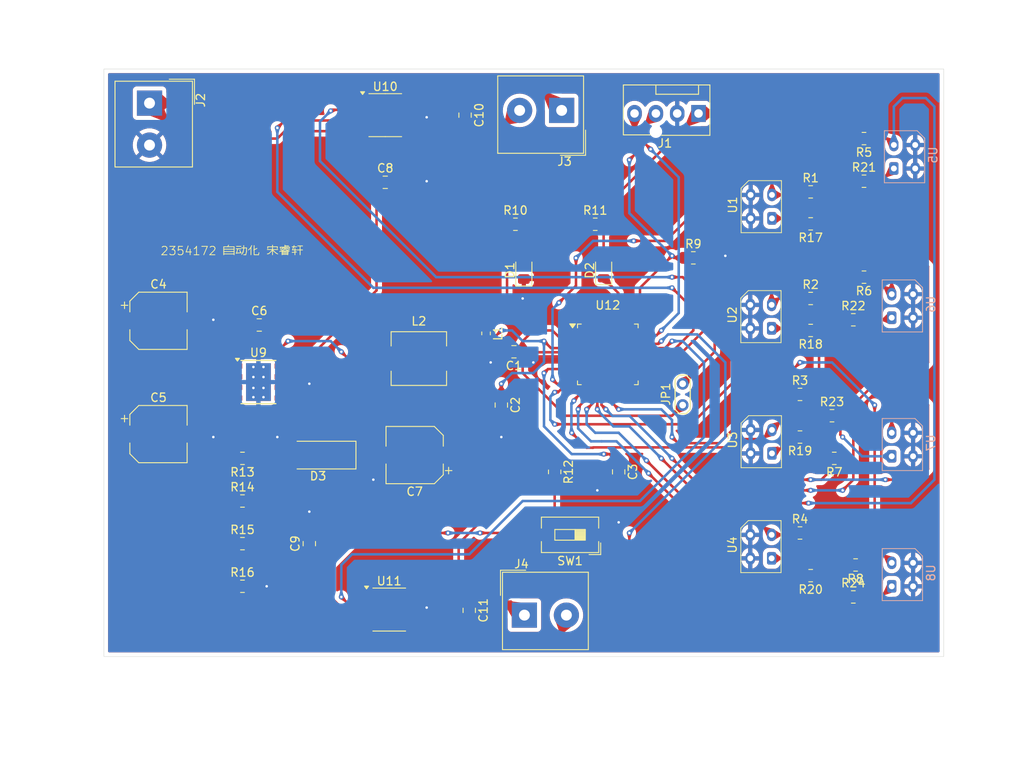
<source format=kicad_pcb>
(kicad_pcb (version 20240108) (generator "pcbnew") (generator_version "8.0")
  (layers (0 "F.Cu" signal) (31 "B.Cu" signal) (34 "B.Paste" user) (35 "F.Paste" user) (36 "B.SilkS" user "B.Silkscreen") (37 "F.SilkS" user "F.Silkscreen") (38 "B.Mask" user) (39 "F.Mask" user) (44 "Edge.Cuts" user))
  (net 0 "")
  (net 1 "GND")
  (net 2 "+3.3V")
  (net 3 "/REF")
  (net 4 "/RST")
  (net 5 "+6V")
  (net 6 "Net-(U9-BOOT)")
  (net 7 "Net-(D3-K)")
  (net 8 "Net-(J3-Pin_2)")
  (net 9 "Net-(J3-Pin_1)")
  (net 10 "Net-(J4-Pin_1)")
  (net 11 "Net-(J4-Pin_2)")
  (net 12 "Net-(D1-A)")
  (net 13 "Net-(D2-A)")
  (net 14 "/LED2")
  (net 15 "/DIO")
  (net 16 "/CLK")
  (net 17 "Net-(U1-A)")
  (net 18 "/ITR1")
  (net 19 "/ITR2")
  (net 20 "/ITR3")
  (net 21 "/ITR4")
  (net 22 "/ITR5")
  (net 23 "/ITR6")
  (net 24 "/ITR7")
  (net 25 "/ITR8")
  (net 26 "Net-(U9-VSENSE)")
  (net 27 "Net-(R14-Pad2)")
  (net 28 "Net-(R15-Pad2)")
  (net 32 "/PWM1A")
  (net 33 "/PWM2A")
  (net 35 "/PWM1B")
  (net 36 "/PWM2B")
  (net 66 "Net-(U2-A)")
  (net 67 "Net-(U3-A)")
  (net 68 "Net-(U4-A)")
  (net 69 "Net-(U5-A)")
  (net 70 "Net-(U6-A)")
  (net 71 "Net-(U7-A)")
  (net 72 "Net-(U8-A)")
  (footprint "Package_SO:TI_SO-PowerPAD-8_ThermalVias" (layer "F.Cu") (at 54.9 63.3)
    (property "Reference" "U9")
    (property "Value" "TPS5430DDA")
  )
  (footprint "itr20001:Everlight_ITR20001" (layer "F.Cu") (at 114.77 70.4)
    (property "Reference" "U3")
    (property "Value" "ITR20001/T24")
  )
  (footprint "Resistor_SMD:R_0805_2012Metric_Pad1.20x1.40mm_HandSolder" (layer "F.Cu") (at 119.38 69.85 180)
    (property "Reference" "R19")
    (property "Value" "330")
  )
  (footprint "Resistor_SMD:R_0805_2012Metric_Pad1.20x1.40mm_HandSolder" (layer "F.Cu") (at 119.38 64.77)
    (property "Reference" "R3")
    (property "Value" "10K")
  )
  (footprint "Capacitor_SMD:C_0805_2012Metric_Pad1.18x1.45mm_HandSolder" (layer "F.Cu") (at 70 39.5)
    (property "Reference" "C8")
    (property "Value" "10uF")
  )
  (footprint "Resistor_SMD:R_0805_2012Metric_Pad1.20x1.40mm_HandSolder" (layer "F.Cu") (at 123.46 72.39 180)
    (property "Reference" "R7")
    (property "Value" "10K")
  )
  (footprint "Resistor_SMD:R_0805_2012Metric_Pad1.20x1.40mm_HandSolder" (layer "F.Cu") (at 127 50.8 180)
    (property "Reference" "R6")
    (property "Value" "10K")
  )
  (footprint "Inductor_SMD:L_6.3x6.3_H3" (layer "F.Cu") (at 74 60.5)
    (property "Reference" "L2")
    (property "Value" "IHLP2020CER220M11")
  )
  (footprint "Resistor_SMD:R_0805_2012Metric_Pad1.20x1.40mm_HandSolder" (layer "F.Cu") (at 125.73 88.9)
    (property "Reference" "R24")
    (property "Value" "R")
  )
  (footprint "Capacitor_SMD:C_0805_2012Metric_Pad1.18x1.45mm_HandSolder" (layer "F.Cu") (at 97.79 74 -90)
    (property "Reference" "C3")
    (property "Value" "100nF")
  )
  (footprint "LED_SMD:LED_0805_2012Metric_Pad1.15x1.40mm_HandSolder" (layer "F.Cu") (at 86.5 50 90)
    (property "Reference" "D1")
    (property "Value" "LED")
  )
  (footprint "TerminalBlock_Altech:Altech_AK100_1x02_P5.00mm" (layer "F.Cu") (at 41.9325 30.0675 -90)
    (property "Reference" "J2")
    (property "Value" "Screw_Terminal_01x02")
  )
  (footprint "Resistor_SMD:R_0805_2012Metric_Pad1.20x1.40mm_HandSolder" (layer "F.Cu") (at 123.19 67.31)
    (property "Reference" "R23")
    (property "Value" "R")
  )
  (footprint "itr20001:Everlight_ITR20001" (layer "F.Cu") (at 114.77 42.4)
    (property "Reference" "U1")
    (property "Value" "ITR20001/T24")
  )
  (footprint "Package_SO:SOIC-8_3.9x4.9mm_P1.27mm" (layer "F.Cu") (at 70 31.5)
    (property "Reference" "U10")
    (property "Value" "LP2988-5.0_SOIC8_VSSOP8")
  )
  (footprint "Capacitor_SMD:C_0805_2012Metric_Pad1.18x1.45mm_HandSolder" (layer "F.Cu") (at 60.96 82.55 90)
    (property "Reference" "C9")
    (property "Value" "10uF")
  )
  (footprint "Package_QFP:LQFP-48_7x7mm_P0.5mm" (layer "F.Cu") (at 96.5 60)
    (property "Reference" "U12")
    (property "Value" "STM32G030C8Tx")
  )
  (footprint "Resistor_SMD:R_0805_2012Metric_Pad1.20x1.40mm_HandSolder" (layer "F.Cu") (at 120.65 57.15 180)
    (property "Reference" "R18")
    (property "Value" "330")
  )
  (footprint "Resistor_SMD:R_0805_2012Metric_Pad1.20x1.40mm_HandSolder" (layer "F.Cu") (at 127 39.37)
    (property "Reference" "R21")
    (property "Value" "R")
  )
  (footprint "Resistor_SMD:R_0805_2012Metric_Pad1.20x1.40mm_HandSolder" (layer "F.Cu") (at 120.65 44.45 180)
    (property "Reference" "R17")
    (property "Value" "330")
  )
  (footprint "itr20001:Everlight_ITR20001" (layer "F.Cu") (at 114.73 55.5)
    (property "Reference" "U2")
    (property "Value" "ITR20001/T24")
  )
  (footprint "Resistor_SMD:R_0805_2012Metric_Pad1.20x1.40mm_HandSolder" (layer "F.Cu") (at 85.5 44.5)
    (property "Reference" "R10")
    (property "Value" "3K")
  )
  (footprint "Resistor_SMD:R_0805_2012Metric_Pad1.20x1.40mm_HandSolder" (layer "F.Cu") (at 53 87.63)
    (property "Reference" "R16")
    (property "Value" "470")
  )
  (footprint "Connector:FanPinHeader_1x04_P2.54mm_Vertical" (layer "F.Cu") (at 107.3 31.3 180)
    (property "Reference" "J1")
    (property "Value" "Conn_01x04_Pin")
  )
  (footprint "Capacitor_SMD:C_0805_2012Metric_Pad1.18x1.45mm_HandSolder" (layer "F.Cu") (at 80 90.5 -90)
    (property "Reference" "C11")
    (property "Value" "100nF")
  )
  (footprint "Diode_SMD:D_SMA_Handsoldering" (layer "F.Cu") (at 62 72 180)
    (property "Reference" "D3")
    (property "Value" "SS34")
  )
  (footprint "LED_SMD:LED_0805_2012Metric" (layer "F.Cu") (at 96 50 90)
    (property "Reference" "D2")
    (property "Value" "LED")
  )
  (footprint "Resistor_SMD:R_0805_2012Metric_Pad1.20x1.40mm_HandSolder" (layer "F.Cu") (at 125.73 55.88)
    (property "Reference" "R22")
    (property "Value" "R")
  )
  (footprint "Capacitor_SMD:CP_Elec_6.3x5.4" (layer "F.Cu") (at 43 56)
    (property "Reference" "C4")
    (property "Value" "100uF")
  )
  (footprint "Resistor_SMD:R_0805_2012Metric_Pad1.20x1.40mm_HandSolder" (layer "F.Cu") (at 120.65 53.34)
    (property "Reference" "R2")
    (property "Value" "10K")
  )
  (footprint "Package_SO:SOIC-8_3.9x4.9mm_P1.27mm" (layer "F.Cu") (at 70.475 90.405)
    (property "Reference" "U11")
    (property "Value" "LP2988-5.0_SOIC8_VSSOP8")
  )
  (footprint "Resistor_SMD:R_0805_2012Metric_Pad1.20x1.40mm_HandSolder" (layer "F.Cu") (at 95 44.5)
    (property "Reference" "R11")
    (property "Value" "1K")
  )
  (footprint "Inductor_SMD:L_0603_1608Metric_Pad1.05x0.95mm_HandSolder" (layer "F.Cu") (at 82 57.5 -90)
    (property "Reference" "L1")
    (property "Value" "L")
  )
  (footprint "TerminalBlock_Altech:Altech_AK100_1x02_P5.00mm" (layer "F.Cu") (at 86.5675 91.0675)
    (property "Reference" "J4")
    (property "Value" "Screw_Terminal_01x02")
  )
  (footprint "Resistor_SMD:R_0805_2012Metric_Pad1.20x1.40mm_HandSolder" (layer "F.Cu") (at 53 77.47)
    (property "Reference" "R14")
    (property "Value" "5.1k")
  )
  (footprint "Resistor_SMD:R_0805_2012Metric_Pad1.20x1.40mm_HandSolder" (layer "F.Cu") (at 120.65 40.64)
    (property "Reference" "R1")
    (property "Value" "10K")
  )
  (footprint "Resistor_SMD:R_0805_2012Metric_Pad1.20x1.40mm_HandSolder" (layer "F.Cu") (at 53 72.39 180)
    (property "Reference" "R13")
    (property "Value" "10k")
  )
  (footprint "Resistor_SMD:R_0805_2012Metric_Pad1.20x1.40mm_HandSolder" (layer "F.Cu") (at 53 82.55)
    (property "Reference" "R15")
    (property "Value" "330")
  )
  (footprint "Capacitor_SMD:C_0805_2012Metric_Pad1.18x1.45mm_HandSolder" (layer "F.Cu") (at 55 56.5)
    (property "Reference" "C6")
    (property "Value" "10nF")
  )
  (footprint "Capacitor_SMD:C_0805_2012Metric_Pad1.18x1.45mm_HandSolder" (layer "F.Cu") (at 85.3225 59.69 180)
    (property "Reference" "C1")
    (property "Value" "0.1uF")
  )
  (footprint "Resistor_SMD:R_0805_2012Metric_Pad1.20x1.40mm_HandSolder" (layer "F.Cu") (at 120.65 86.36 180)
    (property "Reference" "R20")
    (property "Value" "330")
  )
  (footprint "TestPoint:TestPoint_2Pads_Pitch2.54mm_Drill0.8mm" (layer "F.Cu") (at 105.41 66.04 90)
    (property "Reference" "JP1")
    (property "Value" "Jumper_2_Open")
  )
  (footprint "itr20001:Everlight_ITR20001" (layer "F.Cu") (at 114.73 82.9)
    (property "Reference" "U4")
    (property "Value" "ITR20001/T24")
  )
  (footprint "Resistor_SMD:R_0805_2012Metric_Pad1.20x1.40mm_HandSolder" (layer "F.Cu") (at 126 85.09 180)
    (property "Reference" "R8")
    (property "Value" "10K")
  )
  (footprint "Resistor_SMD:R_0805_2012Metric_Pad1.20x1.40mm_HandSolder" (layer "F.Cu") (at 106.68 48.5)
    (property "Reference" "R9")
    (property "Value" "10K")
  )
  (footprint "Button_Switch_SMD:SW_DIP_SPSTx01_Slide_6.7x4.1mm_W6.73mm_P2.54mm_LowProfile_JPin" (layer "F.Cu") (at 92 81.5 180)
    (property "Reference" "SW1")
    (property "Value" "SW_Push")
  )
  (footprint "Capacitor_SMD:CP_Elec_6.3x5.4" (layer "F.Cu") (at 73.5 72 180)
    (property "Reference" "C7")
    (property "Value" "100uF")
  )
  (footprint "Resistor_SMD:R_0805_2012Metric_Pad1.20x1.40mm_HandSolder" (layer "F.Cu") (at 127 34.29 180)
    (property "Reference" "R5")
    (property "Value" "10K")
  )
  (footprint "Capacitor_SMD:C_0805_2012Metric_Pad1.18x1.45mm_HandSolder" (layer "F.Cu") (at 83.82 66.04 -90)
    (property "Reference" "C2")
    (property "Value" "100nF")
  )
  (footprint "Resistor_SMD:R_0805_2012Metric_Pad1.20x1.40mm_HandSolder" (layer "F.Cu") (at 119.38 81.28)
    (property "Reference" "R4")
    (property "Value" "10K")
  )
  (footprint "Resistor_SMD:R_0805_2012Metric_Pad1.20x1.40mm_HandSolder" (layer "F.Cu") (at 90.17 74 -90)
    (property "Reference" "R12")
    (property "Value" "10K")
  )
  (footprint "Capacitor_SMD:C_0805_2012Metric_Pad1.18x1.45mm_HandSolder" (layer "F.Cu") (at 79.5 31.5 -90)
    (property "Reference" "C10")
    (property "Value" "100nF")
  )
  (footprint "Capacitor_SMD:CP_Elec_6.3x5.4" (layer "F.Cu") (at 43 69.5)
    (property "Reference" "C5")
    (property "Value" "4.7uF")
  )
  (footprint "TerminalBlock_Altech:Altech_AK100_1x02_P5.00mm" (layer "F.Cu") (at 91 30.9325 180)
    (property "Reference" "J3")
    (property "Value" "Screw_Terminal_01x02")
  )
  (footprint "itr20001:Everlight_ITR20001" (layer "B.Cu") (at 131.572 54.232 180)
    (property "Reference" "U6")
    (property "Value" "ITR20001/T24")
  )
  (footprint "itr20001:Everlight_ITR20001" (layer "B.Cu") (at 131.572 86.236 180)
    (property "Reference" "U8")
    (property "Value" "ITR20001/T24")
  )
  (footprint "itr20001:Everlight_ITR20001" (layer "B.Cu") (at 131.826 36.452 180)
    (property "Reference" "U5")
    (property "Value" "ITR20001/T24")
  )
  (footprint "itr20001:Everlight_ITR20001" (layer "B.Cu") (at 131.572 70.742 180)
    (property "Reference" "U7")
    (property "Value" "ITR20001/T24")
  )
  (gr_rect (start 36.5 26) (end 136.5 96) (stroke (width 0.05)) (fill none) (layer "Edge.Cuts"))
  (gr_text "2354172 自动化 宋睿轩\n" (at 43.18 48.26 0) (layer "F.SilkS") (effects (font (size 1 1) (thickness 0.1)) (justify left bottom)))
  (segment (start 45.8 69.5) (end 49.18 69.5) (width 0.3) (layer "F.Cu") (net 1))
  (segment (start 60.525 63.935) (end 60.96 63.5) (width 0.3) (layer "F.Cu") (net 1))
  (segment (start 59.5 72) (end 57.35 69.85) (width 0.3) (layer "F.Cu") (net 1))
  (segment (start 86.36 53.34) (end 86.5 53.2) (width 0.3) (layer "F.Cu") (net 1))
  (segment (start 72.95 89.77) (end 72.95 91.04) (width 0.3) (layer "F.Cu") (net 1))
  (segment (start 96.4125 75.0375) (end 95.25 76.2) (width 0.3) (layer "F.Cu") (net 1))
  (segment (start 70.7 72) (end 68.58 74.12) (width 0.3) (layer "F.Cu") (net 1))
  (segment (start 83.82 59.69) (end 82.55 60.96) (width 0.3) (layer "F.Cu") (net 1))
  (segment (start 68.58 74.12) (end 68.58 74.93) (width 0.3) (layer "F.Cu") (net 1))
  (segment (start 57.35 69.85) (end 57.15 69.85) (width 0.3) (layer "F.Cu") (net 1))
  (segment (start 74.045 30.865) (end 74.93 31.75) (width 0.3) (layer "F.Cu") (net 1))
  (segment (start 97.79 75.0375) (end 96.4125 75.0375) (width 0.3) (layer "F.Cu") (net 1))
  (segment (start 49.53 55.88) (end 49.41 56) (width 0.3) (layer "F.Cu") (net 1))
  (segment (start 72.95 89.77) (end 74.53 89.77) (width 0.3) (layer "F.Cu") (net 1))
  (segment (start 57.6 63.935) (end 60.525 63.935) (width 0.3) (layer "F.Cu") (net 1))
  (segment (start 88.34 60.25) (end 87.63 60.96) (width 0.3) (layer "F.Cu") (net 1))
  (segment (start 110.25 48.5) (end 110.49 48.26) (width 0.3) (layer "F.Cu") (net 1))
  (segment (start 74.53 89.77) (end 74.93 90.17) (width 0.3) (layer "F.Cu") (net 1))
  (segment (start 86.5 51.025) (end 86.5 53.2) (width 0.3) (layer "F.Cu") (net 1))
  (segment (start 83.82 67.0775) (end 83.82 69.85) (width 0.3) (layer "F.Cu") (net 1))
  (segment (start 92.3375 60.25) (end 88.34 60.25) (width 0.3) (layer "F.Cu") (net 1))
  (segment (start 84.285 59.69) (end 83.82 59.69) (width 0.3) (layer "F.Cu") (net 1))
  (segment (start 107.68 48.5) (end 110.25 48.5) (width 0.3) (layer "F.Cu") (net 1))
  (segment (start 74.93 39.37) (end 74.8 39.5) (width 0.3) (layer "F.Cu") (net 1))
  (segment (start 60.96 81.5125) (end 60.96 78.74) (width 0.3) (layer "F.Cu") (net 1))
  (segment (start 45.8 56) (end 49.41 56) (width 0.3) (layer "F.Cu") (net 1))
  (segment (start 95.365 81.5) (end 96.3 81.5) (width 0.3) (layer "F.Cu") (net 1))
  (segment (start 72.475 30.865) (end 72.475 32.135) (width 0.3) (layer "F.Cu") (net 1))
  (segment (start 96.3 81.5) (end 97.79 80.01) (width 0.3) (layer "F.Cu") (net 1))
  (segment (start 72.475 30.865) (end 74.045 30.865) (width 0.3) (layer "F.Cu") (net 1))
  (segment (start 49.18 69.5) (end 49.53 69.85) (width 0.3) (layer "F.Cu") (net 1))
  (segment (start 54 87.63) (end 55.88 87.63) (width 0.3) (layer "F.Cu") (net 1))
  (segment (start 71.0375 39.5) (end 74.8 39.5) (width 0.3) (layer "F.Cu") (net 1))
  (via (at 110.49 48.26) (size 0.6) (drill 0.3) (layers "F.Cu" "B.Cu") (net 1))
  (via (at 49.53 55.88) (size 0.6) (drill 0.3) (layers "F.Cu" "B.Cu") (net 1))
  (via (at 83.82 69.85) (size 0.6) (drill 0.3) (layers "F.Cu" "B.Cu") (net 1))
  (via (at 55.88 87.63) (size 0.6) (drill 0.3) (layers "F.Cu" "B.Cu") (net 1))
  (via (at 74.93 90.17) (size 0.6) (drill 0.3) (layers "F.Cu" "B.Cu") (net 1))
  (via (at 60.96 63.5) (size 0.6) (drill 0.3) (layers "F.Cu" "B.Cu") (net 1))
  (via (at 74.93 31.75) (size 0.6) (drill 0.3) (layers "F.Cu" "B.Cu") (net 1))
  (via (at 87.63 60.96) (size 0.6) (drill 0.3) (layers "F.Cu" "B.Cu") (net 1))
  (via (at 97.79 80.01) (size 0.6) (drill 0.3) (layers "F.Cu" "B.Cu") (net 1))
  (via (at 86.36 53.34) (size 0.6) (drill 0.3) (layers "F.Cu" "B.Cu") (net 1))
  (via (at 74.93 39.37) (size 0.6) (drill 0.3) (layers "F.Cu" "B.Cu") (net 1))
  (via (at 95.25 76.2) (size 0.6) (drill 0.3) (layers "F.Cu" "B.Cu") (net 1))
  (via (at 82.55 60.96) (size 0.6) (drill 0.3) (layers "F.Cu" "B.Cu") (net 1))
  (via (at 68.58 74.93) (size 0.6) (drill 0.3) (layers "F.Cu" "B.Cu") (net 1))
  (via (at 57.15 69.85) (size 0.6) (drill 0.3) (layers "F.Cu" "B.Cu") (net 1))
  (via (at 60.96 78.74) (size 0.6) (drill 0.3) (layers "F.Cu" "B.Cu") (net 1))
  (via (at 49.53 69.85) (size 0.6) (drill 0.3) (layers "F.Cu" "B.Cu") (net 1))
  (segment (start 77.01 60.5) (end 80.01 63.5) (width 0.3) (layer "F.Cu") (net 2))
  (segment (start 88.29 73) (end 78.74 82.55) (width 0.3) (layer "F.Cu") (net 2))
  (segment (start 97.96 40.64) (end 96.52 40.64) (width 0.3) (layer "F.Cu") (net 2))
  (segment (start 126 50.8) (end 124.19 50.8) (width 0.3) (layer "F.Cu") (net 2))
  (segment (start 84.5 44.5) (end 84.5 42.5) (width 0.3) (layer "F.Cu") (net 2))
  (segment (start 122.92 85.09) (end 121.65 86.36) (width 0.3) (layer "F.Cu") (net 2))
  (segment (start 92.3375 58.75) (end 91.49688 58.75) (width 0.3) (layer "F.Cu") (net 2))
  (segment (start 80.01 77.47) (end 84.48 73) (width 0.3) (layer "F.Cu") (net 2))
  (segment (start 120.38 85.09) (end 121.65 86.36) (width 0.3) (layer "F.Cu") (net 2))
  (segment (start 84.5 42.5) (end 86.36 40.64) (width 0.3) (layer "F.Cu") (net 2))
  (segment (start 120.38 65.5) (end 122.19 67.31) (width 0.3) (layer "F.Cu") (net 2))
  (segment (start 86.36 59.69) (end 86.42 59.75) (width 0.3) (layer "F.Cu") (net 2))
  (segment (start 120.38 64.77) (end 120.38 65.5) (width 0.3) (layer "F.Cu") (net 2))
  (segment (start 113.03 92.71) (end 115.3 92.71) (width 0.3) (layer "F.Cu") (net 2))
  (segment (start 84.605 54.125) (end 87.63 57.15) (width 0.3) (layer "F.Cu") (net 2))
  (segment (start 104.14 67.31) (end 105.41 66.04) (width 0.3) (layer "F.Cu") (net 2))
  (segment (start 121.65 40.64) (end 124.73 40.64) (width 0.3) (layer "F.Cu") (net 2))
  (segment (start 94 43.2) (end 94 44.5) (width 0.3) (layer "F.Cu") (net 2))
  (segment (start 89.89688 57.15) (end 87.63 57.15) (width 0.3) (layer "F.Cu") (net 2))
  (segment (start 80.01 87.63) (end 107.95 87.63) (width 0.3) (layer "F.Cu") (net 2))
  (segment (start 91.44 67.31) (end 104.14 67.31) (width 0.3) (layer "F.Cu") (net 2))
  (segment (start 57.15 77.47) (end 80.01 77.47) (width 0.3) (layer "F.Cu") (net 2))
  (segment (start 121.65 44.45) (end 121.65 46.45) (width 0.3) (layer "F.Cu") (net 2))
  (segment (start 87.63 57.15) (end 86.36 58.42) (width 0.3) (layer "F.Cu") (net 2))
  (segment (start 86.36 58.42) (end 86.36 59.69) (width 0.3) (layer "F.Cu") (net 2))
  (segment (start 86.36 59.69) (end 86.36 62.23) (width 0.3) (layer "F.Cu") (net 2))
  (segment (start 125 85.09) (end 122.92 85.09) (width 0.3) (layer "F.Cu") (net 2))
  (segment (start 120.38 69.85) (end 120.38 70.31) (width 0.3) (layer "F.Cu") (net 2))
  (segment (start 121.65 46.45) (end 126 50.8) (width 0.3) (layer "F.Cu") (net 2))
  (segment (start 80.01 63.5) (end 80.01 68.29) (width 0.3) (layer "F.Cu") (net 2))
  (segment (start 90.17 73) (end 88.29 73) (width 0.3) (layer "F.Cu") (net 2))
  (segment (start 78.74 86.36) (end 80.01 87.63) (width 0.3) (layer "F.Cu") (net 2))
  (segment (start 121.65 57.15) (end 121.65 63.5) (width 0.3) (layer "F.Cu") (net 2))
  (segment (start 125 88.63) (end 124.73 88.9) (width 0.3) (layer "F.Cu") (net 2))
  (segment (start 94 43.16) (end 94 44.5) (width 0.3) (layer "F.Cu") (net 2))
  (segment (start 107.3 31.3) (end 112.31 31.3) (width 0.3) (layer "F.Cu") (net 2))
  (segment (start 124.73 40.64) (end 126 39.37) (width 0.3) (layer "F.Cu") (net 2))
  (segment (start 107.95 87.63) (end 113.03 92.71) (width 0.3) (layer "F.Cu") (net 2))
  (segment (start 124.73 55.88) (end 122.92 55.88) (width 0.3) (layer "F.Cu") (net 2))
  (segment (start 87.63 63.5) (end 87.63 70.46) (width 0.3) (layer "F.Cu") (net 2))
  (segment (start 87.63 63.5) (end 91.44 67.31) (width 0.3) (layer "F.Cu") (net 2))
  (segment (start 82 56.625) (end 84.5 54.125) (width 0.3) (layer "F.Cu") (net 2))
  (segment (start 91.44 40.64) (end 94 43.2) (width 0.3) (layer "F.Cu") (net 2))
  (segment (start 121.65 40.64) (end 121.65 44.45) (width 0.3) (layer "F.Cu") (net 2))
  (segment (start 86.36 62.23) (end 87.63 63.5) (width 0.3) (layer "F.Cu") (net 2))
  (segment (start 54 72.39) (end 54 74.32) (width 0.3) (layer "F.Cu") (net 2))
  (segment (start 124.19 55.88) (end 121.65 53.34) (width 0.3) (layer "F.Cu") (net 2))
  (segment (start 91.49688 58.75) (end 89.89688 57.15) (width 0.3) (layer "F.Cu") (net 2))
  (segment (start 122.19 68.04) (end 120.38 69.85) (width 0.3) (layer "F.Cu") (net 2))
  (segment (start 126 34.29) (end 126 39.37) (width 0.3) (layer "F.Cu") (net 2))
  (segment (start 125 85.09) (end 125 88.63) (width 0.3) (layer "F.Cu") (net 2))
  (segment (start 124.73 55.88) (end 124.19 55.88) (width 0.3) (layer "F.Cu") (net 2))
  (segment (start 124.19 50.8) (end 121.65 53.34) (width 0.3) (layer "F.Cu") (net 2))
  (segment (start 120.38 81.28) (end 120.38 85.09) (width 0.3) (layer "F.Cu") (net 2))
  (segment (start 84.48 73) (end 90.17 73) (width 0.3) (layer "F.Cu") (net 2))
  (segment (start 115.3 92.71) (end 121.65 86.36) (width 0.3) (layer "F.Cu") (net 2))
  (segment (start 120.38 70.31) (end 122.46 72.39) (width 0.3) (layer "F.Cu") (net 2))
  (segment (start 89.17 72) (end 90.17 73) (width 0.3) (layer "F.Cu") (net 2))
  (segment (start 84.5 44.5) (end 84.5 54.125) (width 0.3) (layer "F.Cu") (net 2))
  (segment (start 112.31 31.3) (end 121.65 40.64) (width 0.3) (layer "F.Cu") (net 2))
  (segment (start 96.52 40.64) (end 94 43.16) (width 0.3) (layer "F.Cu") (net 2))
  (segment (start 107.3 31.3) (end 97.96 40.64) (width 0.3) (layer "F.Cu") (net 2))
  (segment (start 86.36 40.64) (end 91.44 40.64) (width 0.3) (layer "F.Cu") (net 2))
  (segment (start 54 74.32) (end 57.15 77.47) (width 0.3) (layer "F.Cu") (net 2))
  (segment (start 86.42 59.75) (end 92.3375 59.75) (width 0.3) (layer "F.Cu") (net 2))
  (segment (start 78.74 82.55) (end 78.74 86.36) (width 0.3) (layer "F.Cu") (net 2))
  (segment (start 80.01 68.29) (end 76.3 72) (width 0.3) (layer "F.Cu") (net 2))
  (segment (start 87.63 70.46) (end 90.17 73) (width 0.3) (layer "F.Cu") (net 2))
  (segment (start 84.5 54.125) (end 84.605 54.125) (width 0.3) (layer "F.Cu") (net 2))
  (segment (start 76.75 60.5) (end 77.01 60.5) (width 0.3) (layer "F.Cu") (net 2))
  (segment (start 122.19 67.31) (end 122.19 68.04) (width 0.3) (layer "F.Cu") (net 2))
  (segment (start 76.3 72) (end 89.17 72) (width 0.3) (layer "F.Cu") (net 2))
  (segment (start 121.65 63.5) (end 120.38 64.77) (width 0.3) (layer "F.Cu") (net 2))
  (segment (start 122.92 55.88) (end 121.65 57.15) (width 0.3) (layer "F.Cu") (net 2))
  (segment (start 82 58.375) (end 82.595 58.375) (width 0.3) (layer "F.Cu") (net 3))
  (segment (start 89.73 59.25) (end 88.9 58.42) (width 0.3) (layer "F.Cu") (net 3))
  (segment (start 83.82 65.0025) (end 83.82 63.5) (width 0.3) (layer "F.Cu") (net 3))
  (segment (start 82.595 58.375) (end 83.82 57.15) (width 0.3) (layer "F.Cu") (net 3))
  (segment (start 92.3375 59.25) (end 89.73 59.25) (width 0.3) (layer "F.Cu") (net 3))
  (via (at 88.9 58.42) (size 0.6) (drill 0.3) (layers "F.Cu" "B.Cu") (net 3))
  (via (at 83.82 57.15) (size 0.6) (drill 0.3) (layers "F.Cu" "B.Cu") (net 3))
  (via (at 83.82 63.5) (size 0.6) (drill 0.3) (layers "F.Cu" "B.Cu") (net 3))
  (segment (start 88.9 58.42) (end 88.9 60.96) (width 0.3) (layer "B.Cu") (net 3))
  (segment (start 85.09 62.23) (end 83.82 63.5) (width 0.3) (layer "B.Cu") (net 3))
  (segment (start 86.36 58.42) (end 88.9 58.42) (width 0.3) (layer "B.Cu") (net 3))
  (segment (start 88.9 60.96) (end 87.63 62.23) (width 0.3) (layer "B.Cu") (net 3))
  (segment (start 83.82 57.15) (end 85.09 57.15) (width 0.3) (layer "B.Cu") (net 3))
  (segment (start 85.09 57.15) (end 86.36 58.42) (width 0.3) (layer "B.Cu") (net 3))
  (segment (start 87.63 62.23) (end 85.09 62.23) (width 0.3) (layer "B.Cu") (net 3))
  (segment (start 91.37 75) (end 93.4075 72.9625) (width 0.3) (layer "F.Cu") (net 4))
  (segment (start 89.38 61.75) (end 88.9 62.23) (width 0.3) (layer "F.Cu") (net 4))
  (segment (start 90.17 79.965) (end 88.635 81.5) (width 0.3) (layer "F.Cu") (net 4))
  (segment (start 96.7095 71.882) (end 96.012 71.882) (width 0.3) (layer "F.Cu") (net 4))
  (segment (start 97.79 72.9625) (end 96.7095 71.882) (width 0.3) (layer "F.Cu") (net 4))
  (segment (start 90.17 75) (end 91.37 75) (width 0.3) (layer "F.Cu") (net 4))
  (segment (start 92.3375 61.75) (end 89.38 61.75) (width 0.3) (layer "F.Cu") (net 4))
  (segment (start 90.17 75) (end 90.17 79.965) (width 0.3) (layer "F.Cu") (net 4))
  (segment (start 93.4075 72.9625) (end 97.79 72.9625) (width 0.3) (layer "F.Cu") (net 4))
  (via (at 96.012 71.882) (size 0.6) (drill 0.3) (layers "F.Cu" "B.Cu") (net 4))
  (via (at 88.9 62.23) (size 0.6) (drill 0.3) (layers "F.Cu" "B.Cu") (net 4))
  (segment (start 88.9 68.58) (end 92.202 71.882) (width 0.3) (layer "B.Cu") (net 4))
  (segment (start 92.202 71.882) (end 96.012 71.882) (width 0.3) (layer "B.Cu") (net 4))
  (segment (start 88.9 62.23) (end 88.9 68.58) (width 0.3) (layer "B.Cu") (net 4))
  (segment (start 60.96 83.5875) (end 60.96 90.17) (width 0.3) (layer "F.Cu") (net 5))
  (segment (start 41.9325 30.0675) (end 51.6575 30.0675) (width 0.3) (layer "F.Cu") (net 5))
  (segment (start 40.2 56) (end 39.4 55.2) (width 0.3) (layer "F.Cu") (net 5))
  (segment (start 57.15 34.29) (end 58.035 33.405) (width 0.3) (layer "F.Cu") (net 5))
  (segment (start 58.035 33.405) (end 67.525 33.405) (width 0.3) (layer "F.Cu") (net 5))
  (segment (start 38.1 71.6) (end 38.1 91.44) (width 0.3) (layer "F.Cu") (net 5))
  (segment (start 40.2 56) (end 38.1 58.1) (width 0.3) (layer "F.Cu") (net 5))
  (segment (start 68.9625 52.3775) (end 58.675 62.665) (width 0.3) (layer "F.Cu") (net 5))
  (segment (start 63.1 92.31) (end 68 92.31) (width 0.3) (layer "F.Cu") (net 5))
  (segment (start 38.1 58.1) (end 38.1 67.4) (width 0.3) (layer "F.Cu") (net 5))
  (segment (start 38.1 67.4) (end 40.2 69.5) (width 0.3) (layer "F.Cu") (net 5))
  (segment (start 39.4 55.2) (end 39.4 45.69) (width 0.3) (layer "F.Cu") (net 5))
  (segment (start 40.2 69.5) (end 38.1 71.6) (width 0.3) (layer "F.Cu") (net 5))
  (segment (start 39.37 92.71) (end 58.42 92.71) (width 0.3) (layer "F.Cu") (net 5))
  (segment (start 46.99 35.125) (end 41.9325 30.0675) (width 0.3) (layer "F.Cu") (net 5))
  (segment (start 38.1 91.44) (end 39.37 92.71) (width 0.3) (layer "F.Cu") (net 5))
  (segment (start 51.6575 30.0675) (end 55.88 34.29) (width 0.3) (layer "F.Cu") (net 5))
  (segment (start 60.96 90.17) (end 58.42 92.71) (width 0.3) (layer "F.Cu") (net 5))
  (segment (start 39.4 45.69) (end 46.99 38.1) (width 0.3) (layer "F.Cu") (net 5))
  (segment (start 66.04 38.1) (end 67.44 39.5) (width 0.3) (layer "F.Cu") (net 5))
  (segment (start 46.99 38.1) (end 46.99 35.125) (width 0.3) (layer "F.Cu") (net 5))
  (segment (start 58.675 62.665) (end 57.6 62.665) (width 0.3) (layer "F.Cu") (net 5))
  (segment (start 68.9625 39.5) (end 68.9625 52.3775) (width 0.3) (layer "F.Cu") (net 5))
  (segment (start 67.44 39.5) (end 68.9625 39.5) (width 0.3) (layer "F.Cu") (net 5))
  (segment (start 67.525 33.405) (end 66.04 34.89) (width 0.3) (layer "F.Cu") (net 5))
  (segment (start 66.04 34.89) (end 66.04 38.1) (width 0.3) (layer "F.Cu") (net 5))
  (segment (start 55.88 34.29) (end 57.15 34.29) (width 0.3) (layer "F.Cu") (net 5))
  (segment (start 60.96 90.17) (end 63.1 92.31) (width 0.3) (layer "F.Cu") (net 5))
  (segment (start 53.9625 59.6325) (end 52.2 61.395) (width 0.3) (layer "F.Cu") (net 6))
  (segment (start 53.9625 56.5) (end 53.9625 59.6325) (width 0.3) (layer "F.Cu") (net 6))
  (segment (start 64.77 59.69) (end 65.58 60.5) (width 0.3) (layer "F.Cu") (net 7))
  (segment (start 71.25 65.25) (end 64.5 72) (width 0.3) (layer "F.Cu") (net 7))
  (segment (start 56.0375 59.8325) (end 57.6 61.395) (width 0.3) (layer "F.Cu") (net 7))
  (segment (start 57.6 61.395) (end 57.6 59.24) (width 0.3) (layer "F.Cu") (net 7))
  (segment (start 57.6 59.24) (end 58.42 58.42) (width 0.3) (layer "F.Cu") (net 7))
  (segment (start 65.58 60.5) (end 71.25 60.5) (width 0.3) (layer "F.Cu") (net 7))
  (segment (start 56.0375 56.5) (end 56.0375 59.8325) (width 0.3) (layer "F.Cu") (net 7))
  (segment (start 71.25 60.5) (end 71.25 65.25) (width 0.3) (layer "F.Cu") (net 7))
  (via (at 64.77 59.69) (size 0.6) (drill 0.3) (layers "F.Cu" "B.Cu") (net 7))
  (via (at 58.42 58.42) (size 0.6) (drill 0.3) (layers "F.Cu" "B.Cu") (net 7))
  (segment (start 63.5 58.42) (end 64.77 59.69) (width 0.3) (layer "B.Cu") (net 7))
  (segment (start 58.42 58.42) (end 63.5 58.42) (width 0.3) (layer "B.Cu") (net 7))
  (segment (start 79.5 32.5375) (end 84.395 32.5375) (width 0.3) (layer "F.Cu") (net 8))
  (segment (start 84.395 32.5375) (end 86 30.9325) (width 0.3) (layer "F.Cu") (net 8))
  (segment (start 72.475 33.405) (end 78.6325 33.405) (width 0.3) (layer "F.Cu") (net 8))
  (segment (start 78.6325 33.405) (end 79.5 32.5375) (width 0.3) (layer "F.Cu") (net 8))
  (segment (start 79.5 30.4625) (end 79.5 28.45) (width 0.3) (layer "F.Cu") (net 9))
  (segment (start 88.0075 27.94) (end 91 30.9325) (width 0.3) (layer "F.Cu") (net 9))
  (segment (start 79.5 28.45) (end 80.01 27.94) (width 0.3) (layer "F.Cu") (net 9))
  (segment (start 72.475 29.595) (end 78.6325 29.595) (width 0.3) (layer "F.Cu") (net 9))
  (segment (start 80.01 27.94) (end 88.0075 27.94) (width 0.3) (layer "F.Cu") (net 9))
  (segment (start 78.6325 29.595) (end 79.5 30.4625) (width 0.3) (layer "F.Cu") (net 9))
  (segment (start 72.95 88.5) (end 79.0375 88.5) (width 0.3) (layer "F.Cu") (net 10))
  (segment (start 80 89.4625) (end 84.9625 89.4625) (width 0.3) (layer "F.Cu") (net 10))
  (segment (start 79.0375 88.5) (end 80 89.4625) (width 0.3) (layer "F.Cu") (net 10))
  (segment (start 84.9625 89.4625) (end 86.5675 91.0675) (width 0.3) (layer "F.Cu") (net 10))
  (segment (start 80 91.5375) (end 82.4425 93.98) (width 0.3) (layer "F.Cu") (net 11))
  (segment (start 79.2275 92.31) (end 80 91.5375) (width 0.3) (layer "F.Cu") (net 11))
  (segment (start 90.17 93.98) (end 91.5675 92.5825) (width 0.3) (layer "F.Cu") (net 11))
  (segment (start 82.4425 93.98) (end 90.17 93.98) (width 0.3) (layer "F.Cu") (net 11))
  (segment (start 72.95 92.31) (end 79.2275 92.31) (width 0.3) (layer "F.Cu") (net 11))
  (segment (start 91.5675 92.5825) (end 91.5675 91.0675) (width 0.3) (layer "F.Cu") (net 11))
  (segment (start 86.5 44.5) (end 86.5 48.975) (width 0.3) (layer "F.Cu") (net 12))
  (segment (start 96 44.5) (end 96 49.0625) (width 0.3) (layer "F.Cu") (net 13))
  (segment (start 97.75 52.6875) (end 97.75 55.8375) (width 0.3) (layer "F.Cu") (net 14))
  (segment (start 96 50.9375) (end 97.75 52.6875) (width 0.3) (layer "F.Cu") (net 14))
  (segment (start 101.02 34.98) (end 101.6 35.56) (width 0.3) (layer "F.Cu") (net 15))
  (segment (start 102.22 31.3) (end 101.02 32.5) (width 0.3) (layer "F.Cu") (net 15))
  (segment (start 101.02 32.5) (end 101.02 34.98) (width 0.3) (layer "F.Cu") (net 15))
  (segment (start 102.27 57.75) (end 102.87 57.15) (width 0.3) (layer "F.Cu") (net 15))
  (segment (start 100.6625 57.75) (end 102.27 57.75) (width 0.3) (layer "F.Cu") (net 15))
  (via (at 102.87 57.15) (size 0.6) (drill 0.3) (layers "F.Cu" "B.Cu") (net 15))
  (via (at 101.6 35.56) (size 0.6) (drill 0.3) (layers "F.Cu" "B.Cu") (net 15))
  (segment (start 104.94 55.08) (end 102.87 57.15) (width 0.3) (layer "B.Cu") (net 15))
  (segment (start 104.94 38.9) (end 104.94 55.08) (width 0.3) (layer "B.Cu") (net 15))
  (segment (start 101.6 35.56) (end 104.94 38.9) (width 0.3) (layer "B.Cu") (net 15))
  (segment (start 99.68 31.3) (end 99.68 36.21) (width 0.3) (layer "F.Cu") (net 16))
  (segment (start 105.68 48.53) (end 105.68 48.5) (width 0.3) (layer "F.Cu") (net 16))
  (segment (start 104.38 48.5) (end 104.14 48.26) (width 0.3) (layer "F.Cu") (net 16))
  (segment (start 99.68 36.21) (end 99.06 36.83) (width 0.3) (layer "F.Cu") (net 16))
  (segment (start 105.41 63.5) (end 109.22 59.69) (width 0.3) (layer "F.Cu") (net 16))
  (segment (start 105.41 48.77) (end 105.68 48.5) (width 0.3) (layer "F.Cu") (net 16))
  (segment (start 100.33 56.9175) (end 100.33 52.07) (width 0.3) (layer "F.Cu") (net 16))
  (segment (start 100.6625 57.25) (end 100.33 56.9175) (width 0.3) (layer "F.Cu") (net 16))
  (segment (start 100.33 52.07) (end 104.14 48.26) (width 0.3) (layer "F.Cu") (net 16))
  (segment (start 105.68 48.5) (end 104.38 48.5) (width 0.3) (layer "F.Cu") (net 16))
  (segment (start 109.22 52.07) (end 105.68 48.53) (width 0.3) (layer "F.Cu") (net 16))
  (segment (start 109.22 59.69) (end 109.22 52.07) (width 0.3) (layer "F.Cu") (net 16))
  (via (at 99.06 36.83) (size 0.6) (drill 0.3) (layers "F.Cu" "B.Cu") (net 16))
  (via (at 104.14 48.26) (size 0.6) (drill 0.3) (layers "F.Cu" "B.Cu") (net 16))
  (segment (start 99.06 36.83) (end 99.06 43.18) (width 0.3) (layer "B.Cu") (net 16))
  (segment (start 99.06 43.18) (end 104.14 48.26) (width 0.3) (layer "B.Cu") (net 16))
  (segment (start 116.04 43.8) (end 119 43.8) (width 0.3) (layer "F.Cu") (net 17))
  (segment (start 119 43.8) (end 119.65 44.45) (width 0.3) (layer "F.Cu") (net 17))
  (segment (start 89.916 62.992) (end 90.424 63.5) (width 0.3) (layer "F.Cu") (net 18))
  (segment (start 119.29 41) (end 119.65 40.64) (width 0.3) (layer "F.Cu") (net 18))
  (segment (start 90.424 63.5) (end 90.880393 63.5) (width 0.3) (layer "F.Cu") (net 18))
  (segment (start 91.49688 62.25) (end 92.3375 62.25) (width 0.3) (layer "F.Cu") (net 18))
  (segment (start 91.186 63.194393) (end 91.186 62.56088) (width 0.3) (layer "F.Cu") (net 18))
  (segment (start 92.71 51.816) (end 92.71 48.514) (width 0.3) (layer "F.Cu") (net 18))
  (segment (start 106.68 40.64) (end 110.49 36.83) (width 0.3) (layer "F.Cu") (net 18))
  (segment (start 114.554 36.83) (end 116.04 38.316) (width 0.3) (layer "F.Cu") (net 18))
  (segment (start 90.880393 63.5) (end 91.186 63.194393) (width 0.3) (layer "F.Cu") (net 18))
  (segment (start 106.68 43.18) (end 106.68 40.64) (width 0.3) (layer "F.Cu") (net 18))
  (segment (start 99.568 46.482) (end 103.378 46.482) (width 0.3) (layer "F.Cu") (net 18))
  (segment (start 116.04 38.316) (end 116.04 41) (width 0.3) (layer "F.Cu") (net 18))
  (segment (start 90.678 53.848) (end 92.71 51.816) (width 0.3) (layer "F.Cu") (net 18))
  (segment (start 91.186 62.56088) (end 91.49688 62.25) (width 0.3) (layer "F.Cu") (net 18))
  (segment (start 110.49 36.83) (end 114.554 36.83) (width 0.3) (layer "F.Cu") (net 18))
  (segment (start 116.04 41) (end 119.29 41) (width 0.3) (layer "F.Cu") (net 18))
  (segment (start 103.378 46.482) (end 106.68 43.18) (width 0.3) (layer "F.Cu") (net 18))
  (via (at 89.916 62.992) (size 0.6) (drill 0.3) (layers "F.Cu" "B.Cu") (net 18))
  (via (at 90.678 53.848) (size 0.6) (drill 0.3) (layers "F.Cu" "B.Cu") (net 18))
  (via (at 92.71 48.514) (size 0.6) (drill 0.3) (layers "F.Cu" "B.Cu") (net 18))
  (via (at 99.568 46.482) (size 0.6) (drill 0.3) (layers "F.Cu" "B.Cu") (net 18))
  (segment (start 89.916 54.61) (end 90.678 53.848) (width 0.3) (layer "B.Cu") (net 18))
  (segment (start 89.916 62.992) (end 89.916 54.61) (width 0.3) (layer "B.Cu") (net 18))
  (segment (start 94.742 46.482) (end 99.568 46.482) (width 0.3) (layer "B.Cu") (net 18))
  (segment (start 92.71 48.514) (end 94.742 46.482) (width 0.3) (layer "B.Cu") (net 18))
  (segment (start 116.84 53.34) (end 119.65 53.34) (width 0.3) (layer "F.Cu") (net 19))
  (segment (start 111.76 62.992) (end 111.76 52.324) (width 0.3) (layer "F.Cu") (net 19))
  (segment (start 90.5715 64.516) (end 90.17 64.516) (width 0.3) (layer "F.Cu") (net 19))
  (segment (start 93.218 68.326) (end 106.426 68.326) (width 0.3) (layer "F.Cu") (net 19))
  (segment (start 115.57 51.308) (end 116 51.738) (width 0.3) (layer "F.Cu") (net 19))
  (segment (start 93.218 68.326) (end 90.17 68.326) (width 0.3) (layer "F.Cu") (net 19))
  (segment (start 119.9 54.1) (end 120 54) (width 0.3) (layer "F.Cu") (net 19))
  (segment (start 116.08 54.1) (end 116.84 53.34) (width 0.3) (layer "F.Cu") (net 19))
  (segment (start 116 51.738) (end 116 54.1) (width 0.3) (layer "F.Cu") (net 19))
  (segment (start 92.3375 62.75) (end 90.5715 64.516) (width 0.3) (layer "F.Cu") (net 19))
  (segment (start 111.76 52.324) (end 112.776 51.308) (width 0.3) (layer "F.Cu") (net 19))
  (segment (start 106.426 68.326) (end 111.76 62.992) (width 0.3) (layer "F.Cu") (net 19))
  (segment (start 116 54.1) (end 116.08 54.1) (width 0.3) (layer "F.Cu") (net 19))
  (segment (start 112.776 51.308) (end 115.57 51.308) (width 0.3) (layer "F.Cu") (net 19))
  (via (at 90.17 68.326) (size 0.6) (drill 0.3) (layers "F.Cu" "B.Cu") (net 19))
  (via (at 90.17 64.516) (size 0.6) (drill 0.3) (layers "F.Cu" "B.Cu") (net 19))
  (segment (start 89.662 67.818) (end 90.17 68.326) (width 0.3) (layer "B.Cu") (net 19))
  (segment (start 89.662 65.024) (end 89.662 67.818) (width 0.3) (layer "B.Cu") (net 19))
  (segment (start 90.17 64.516) (end 89.662 65.024) (width 0.3) (layer "B.Cu") (net 19))
  (segment (start 92.3805 65.532) (end 92.456 65.4565) (width 0.3) (layer "F.Cu") (net 20))
  (segment (start 92.456 65.532) (end 92.3805 65.532) (width 0.3) (layer "F.Cu") (net 20))
  (segment (start 92.456 65.4565) (end 92.456 65.532) (width 0.3) (layer "F.Cu") (net 20))
  (segment (start 94.742 71.12) (end 94.78 71.082) (width 0.3) (layer "F.Cu") (net 20))
  (segment (start 111.51 70.1) (end 114.94 70.1) (width 0.3) (layer "F.Cu") (net 20))
  (segment (start 93.98 71.12) (end 94.742 71.12) (width 0.3) (layer "F.Cu") (net 20))
  (segment (start 116.04 69) (end 116.42 69) (width 0.3) (layer "F.Cu") (net 20))
  (segment (start 93.75 64.1625) (end 92.456 65.4565) (width 0.3) (layer "F.Cu") (net 20))
  (segment (start 118.38 64.77) (end 118.38 66.66) (width 0.3) (layer "F.Cu") (net 20))
  (segment (start 92.202 69.342) (end 93.98 71.12) (width 0.3) (layer "F.Cu") (net 20))
  (segment (start 118.38 66.66) (end 116.04 69) (width 0.3) (layer "F.Cu") (net 20))
  (segment (start 110.452 71.082) (end 110.49 71.12) (width 0.3) (layer "F.Cu") (net 20))
  (segment (start 110.49 71.12) (end 111.51 70.1) (width 0.3) (layer "F.Cu") (net 20))
  (segment (start 114.94 70.1) (end 116.04 69) (width 0.3) (layer "F.Cu") (net 20))
  (segment (start 94.78 71.082) (end 110.452 71.082) (width 0.3) (layer "F.Cu") (net 20))
  (via (at 92.202 69.342) (size 0.6) (drill 0.3) (layers "F.Cu" "B.Cu") (net 20))
  (via (at 92.456 65.532) (size 0.6) (drill 0.3) (layers "F.Cu" "B.Cu") (net 20))
  (segment (start 92.456 65.532) (end 92.164 65.824) (width 0.3) (layer "B.Cu") (net 20))
  (segment (start 92.164 69.304) (end 92.202 69.342) (width 0.3) (layer "B.Cu") (net 20))
  (segment (start 92.164 65.824) (end 92.164 69.304) (width 0.3) (layer "B.Cu") (net 20))
  (segment (start 116 81.5) (end 118.16 81.5) (width 0.3) (layer "F.Cu") (net 21))
  (segment (start 94.25 65.00312) (end 92.964 66.28912) (width 0.3) (layer "F.Cu") (net 21))
  (segment (start 113.24 78.74) (end 116 81.5) (width 0.3) (layer "F.Cu") (net 21))
  (segment (start 92.964 66.28912) (end 92.964 66.548) (width 0.3) (layer "F.Cu") (net 21))
  (segment (start 118.16 81.5) (end 118.38 81.28) (width 0.3) (layer "F.Cu") (net 21))
  (segment (start 101.346 74.168) (end 105.918 78.74) (width 0.3) (layer "F.Cu") (net 21))
  (segment (start 94.25 64.1625) (end 94.25 65.00312) (width 0.3) (layer "F.Cu") (net 21))
  (segment (start 105.918 78.74) (end 113.24 78.74) (width 0.3) (layer "F.Cu") (net 21))
  (via (at 92.964 66.548) (size 0.6) (drill 0.3) (layers "F.Cu" "B.Cu") (net 21))
  (via (at 101.346 74.168) (size 0.6) (drill 0.3) (layers "F.Cu" "B.Cu") (net 21))
  (segment (start 95.758 70.358) (end 97.536 70.358) (width 0.3) (layer "B.Cu") (net 21))
  (segment (start 92.964 66.548) (end 92.964 68.834) (width 0.3) (layer "B.Cu") (net 21))
  (segment (start 97.536 70.358) (end 101.346 74.168) (width 0.3) (layer "B.Cu") (net 21))
  (segment (start 92.964 68.834) (end 93.472 69.342) (width 0.3) (layer "B.Cu") (net 21))
  (segment (start 93.472 69.342) (end 94.488 70.358) (width 0.3) (layer "B.Cu") (net 21))
  (segment (start 94.488 70.358) (end 95.758 70.358) (width 0.3) (layer "B.Cu") (net 21))
  (segment (start 101.092 72.644) (end 106.172 77.724) (width 0.3) (layer "F.Cu") (net 22))
  (segment (start 94.75 65.778) (end 93.98 66.548) (width 0.3) (layer "F.Cu") (net 22))
  (segment (start 129.794 34.29) (end 130.556 35.052) (width 0.3) (layer "F.Cu") (net 22))
  (segment (start 128 34.29) (end 129.794 34.29) (width 0.3) (layer "F.Cu") (net 22))
  (segment (start 94.75 64.1625) (end 94.75 65.778) (width 0.3) (layer "F.Cu") (net 22))
  (segment (start 106.172 77.724) (end 120.396 77.724) (width 0.3) (layer "F.Cu") (net 22))
  (via (at 120.396 77.724) (size 0.6) (drill 0.3) (layers "F.Cu" "B.Cu") (net 22))
  (via (at 93.98 66.548) (size 0.6) (drill 0.3) (layers "F.Cu" "B.Cu") (net 22))
  (via (at 101.092 72.644) (size 0.6) (drill 0.3) (layers "F.Cu" "B.Cu") (net 22))
  (segment (start 93.98 66.548) (end 93.98 68.326) (width 0.3) (layer "B.Cu") (net 22))
  (segment (start 130.556 30.48) (end 130.556 35.052) (width 0.3) (layer "B.Cu") (net 22))
  (segment (start 134.366 29.464) (end 131.572 29.464) (width 0.3) (layer "B.Cu") (net 22))
  (segment (start 131.572 29.464) (end 130.556 30.48) (width 0.3) (layer "B.Cu") (net 22))
  (segment (start 93.98 68.326) (end 94.996 69.342) (width 0.3) (layer "B.Cu") (net 22))
  (segment (start 120.396 77.724) (end 132.588 77.724) (width 0.3) (layer "B.Cu") (net 22))
  (segment (start 94.996 69.342) (end 97.79 69.342) (width 0.3) (layer "B.Cu") (net 22))
  (segment (start 97.79 69.342) (end 101.092 72.644) (width 0.3) (layer "B.Cu") (net 22))
  (segment (start 132.588 77.724) (end 135.382 74.93) (width 0.3) (layer "B.Cu") (net 22))
  (segment (start 135.382 74.93) (end 135.382 30.48) (width 0.3) (layer "B.Cu") (net 22))
  (segment (start 135.382 30.48) (end 134.366 29.464) (width 0.3) (layer "B.Cu") (net 22))
  (segment (start 128.27 50.8) (end 130.302 52.832) (width 0.3) (layer "F.Cu") (net 23))
  (segment (start 134.62 49.53) (end 133.35 48.26) (width 0.3) (layer "F.Cu") (net 23))
  (segment (start 130.302 48.768) (end 130.302 52.832) (width 0.3) (layer "F.Cu") (net 23))
  (segment (start 134.62 60.96) (end 134.62 49.53) (width 0.3) (layer "F.Cu") (net 23))
  (segment (start 125.73 66.04) (end 129.54 62.23) (width 0.3) (layer "F.Cu") (net 23))
  (segment (start 102.87 72.39) (end 106.68 76.2) (width 0.3) (layer "F.Cu") (net 23))
  (segment (start 125.73 74.93) (end 124.46 76.2) (width 0.3) (layer "F.Cu") (net 23))
  (segment (start 106.68 76.2) (end 120.65 76.2) (width 0.3) (layer "F.Cu") (net 23))
  (segment (start 95.25 64.1625) (end 95.25 66.548) (width 0.3) (layer "F.Cu") (net 23))
  (segment (start 133.35 48.26) (end 130.81 48.26) (width 0.3) (layer "F.Cu") (net 23))
  (segment (start 125.73 66.04) (end 125.73 74.93) (width 0.3) (layer "F.Cu") (net 23))
  (segment (start 128 50.8) (end 128.27 50.8) (width 0.3) (layer "F.Cu") (net 23))
  (segment (start 133.35 62.23) (end 134.62 60.96) (width 0.3) (layer "F.Cu") (net 23))
  (segment (start 129.54 62.23) (end 133.35 62.23) (width 0.3) (layer "F.Cu") (net 23))
  (segment (start 130.81 48.26) (end 130.302 48.768) (width 0.3) (layer "F.Cu") (net 23))
  (via (at 120.65 76.2) (size 0.6) (drill 0.3) (layers "F.Cu" "B.Cu") (net 23))
  (via (at 95.25 66.548) (size 0.6) (drill 0.3) (layers "F.Cu" "B.Cu") (net 23))
  (via (at 124.46 76.2) (size 0.6) (drill 0.3) (layers "F.Cu" "B.Cu") (net 23))
  (via (at 102.87 72.39) (size 0.6) (drill 0.3) (layers "F.Cu" "B.Cu") (net 23))
  (segment (start 95.25 66.663371) (end 97.166629 68.58) (width 0.3) (layer "B.Cu") (net 23))
  (segment (start 97.166629 68.58) (end 99.06 68.58) (width 0.3) (layer "B.Cu") (net 23))
  (segment (start 99.06 68.58) (end 102.87 72.39) (width 0.3) (layer "B.Cu") (net 23))
  (segment (start 120.65 76.2) (end 124.46 76.2) (width 0.3) (layer "B.Cu") (net 23))
  (segment (start 95.25 66.548) (end 95.25 66.663371) (width 0.3) (layer "B.Cu") (net 23))
  (segment (start 124.46 72.39) (end 121.92 74.93) (width 0.3) (layer "F.Cu") (net 24))
  (segment (start 121.92 74.93) (end 120.65 74.93) (width 0.3) (layer "F.Cu") (net 24))
  (segment (start 95.75 64.1625) (end 95.75 66.032) (width 0.3) (layer "F.Cu") (net 24))
  (segment (start 133.35 64.77) (end 130.81 64.77) (width 0.3) (layer "F.Cu") (net 24))
  (segment (start 106.68 74.93) (end 120.65 74.93) (width 0.3) (layer "F.Cu") (net 24))
  (segment (start 133.35 74.93) (end 134.62 73.66) (width 0.3) (layer "F.Cu") (net 24))
  (segment (start 134.62 66.04) (end 133.35 64.77) (width 0.3) (layer "F.Cu") (net 24))
  (segment (start 129.54 74.93) (end 133.35 74.93) (width 0.3) (layer "F.Cu") (net 24))
  (segment (start 130.302 65.278) (end 130.302 69.342) (width 0.3) (layer "F.Cu") (net 24))
  (segment (start 130.81 64.77) (end 130.302 65.278) (width 0.3) (layer "F.Cu") (net 24))
  (segment (start 95.75 66.032) (end 96.266 66.548) (width 0.3) (layer "F.Cu") (net 24))
  (segment (start 134.62 73.66) (end 134.62 66.04) (width 0.3) (layer "F.Cu") (net 24))
  (segment (start 104.14 72.39) (end 106.68 74.93) (width 0.3) (layer "F.Cu") (net 24))
  (via (at 96.266 66.548) (size 0.6) (drill 0.3) (layers "F.Cu" "B.Cu") (net 24))
  (via (at 129.54 74.93) (size 0.6) (drill 0.3) (layers "F.Cu" "B.Cu") (net 24))
  (via (at 120.65 74.93) (size 0.6) (drill 0.3) (layers "F.Cu" "B.Cu") (net 24))
  (via (at 104.14 72.39) (size 0.6) (drill 0.3) (layers "F.Cu" "B.Cu") (net 24))
  (segment (start 97.066 67.348) (end 99.098 67.348) (width 0.3) (layer "B.Cu") (net 24))
  (segment (start 96.266 66.548) (end 97.066 67.348) (width 0.3) (layer "B.Cu") (net 24))
  (segment (start 99.098 67.348) (end 104.14 72.39) (width 0.3) (layer "B.Cu") (net 24))
  (segment (start 120.65 74.93) (end 129.54 74.93) (width 0.3) (layer "B.Cu") (net 24))
  (segment (start 104.872 70.582) (end 105.41 70.582) (width 0.3) (layer "F.Cu") (net 25))
  (segment (start 104.14 69.85) (end 104.872 70.582) (width 0.3) (layer "F.Cu") (net 25))
  (segment (start 128.27 82.804) (end 130.302 84.836) (width 0.3) (layer "F.Cu") (net 25))
  (segment (start 96.25 65.008) (end 97.79 66.548) (width 0.3) (layer "F.Cu") (net 25))
  (segment (start 128.27 82.804) (end 127 84.074) (width 0.3) (layer "F.Cu") (net 25))
  (segment (start 96.25 64.1625) (end 96.25 65.008) (width 0.3) (layer "F.Cu") (net 25))
  (segment (start 109.758 70.582) (end 119.38 60.96) (width 0.3) (layer "F.Cu") (net 25))
  (segment (start 127 84.074) (end 127 85.09) (width 0.3) (layer "F.Cu") (net 25))
  (segment (start 105.41 70.582) (end 109.758 70.582) (width 0.3) (layer "F.Cu") (net 25))
  (segment (start 128.27 66.04) (end 128.27 82.804) (width 0.3) (layer "F.Cu") (net 25))
  (via (at 119.38 60.96) (size 0.6) (drill 0.3) (layers "F.Cu" "B.Cu") (net 25))
  (via (at 104.14 69.85) (size 0.6) (drill 0.3) (layers "F.Cu" "B.Cu") (net 25))
  (via (at 128.27 66.04) (size 0.6) (drill 0.3) (layers "F.Cu" "B.Cu") (net 25))
  (via (at 97.79 66.548) (size 0.6) (drill 0.3) (layers "F.Cu" "B.Cu") (net 25))
  (segment (start 119.38 60.96) (end 123.19 60.96) (width 0.3) (layer "B.Cu") (net 25))
  (segment (start 102.87 66.548) (end 104.14 67.818) (width 0.3) (layer "B.Cu") (net 25))
  (segment (start 97.79 66.548) (end 102.87 66.548) (width 0.3) (layer "B.Cu") (net 25))
  (segment (start 104.14 67.818) (end 104.14 69.85) (width 0.3) (layer "B.Cu") (net 25))
  (segment (start 123.19 60.96) (end 128.27 66.04) (width 0.3) (layer "B.Cu") (net 25))
  (segment (start 52.2 65.205) (end 52.2 72.19) (width 0.3) (layer "F.Cu") (net 26))
  (segment (start 52.2 72.19) (end 52 72.39) (width 0.3) (layer "F.Cu") (net 26))
  (segment (start 52 72.39) (end 52 77.47) (width 0.3) (layer "F.Cu") (net 26))
  (segment (start 54 80.55) (end 52 82.55) (width 0.3) (layer "F.Cu") (net 27))
  (segment (start 54 77.47) (end 54 80.55) (width 0.3) (layer "F.Cu") (net 27))
  (segment (start 54 82.55) (end 54 85.63) (width 0.3) (layer "F.Cu") (net 28))
  (segment (start 54 85.63) (end 52 87.63) (width 0.3) (layer "F.Cu") (net 28))
  (segment (start 104.14 60.96) (end 107.95 57.15) (width 0.3) (layer "F.Cu") (net 32))
  (segment (start 105.41 50.8) (end 104.14 50.8) (width 0.3) (layer "F.Cu") (net 32))
  (segment (start 107.95 53.34) (end 105.41 50.8) (width 0.3) (layer "F.Cu") (net 32))
  (segment (start 63.623 30.865) (end 63.5 30.988) (width 0.3) (layer "F.Cu") (net 32))
  (segment (start 103.85 61.25) (end 104.14 60.96) (width 0.3) (layer "F.Cu") (net 32))
  (segment (start 107.95 57.15) (end 107.95 53.34) (width 0.3) (layer "F.Cu") (net 32))
  (segment (start 100.6625 61.25) (end 103.85 61.25) (width 0.3) (layer "F.Cu") (net 32))
  (segment (start 67.525 30.865) (end 63.623 30.865) (width 0.3) (layer "F.Cu") (net 32))
  (via (at 104.14 50.8) (size 0.6) (drill 0.3) (layers "F.Cu" "B.Cu") (net 32))
  (via (at 63.5 30.988) (size 0.6) (drill 0.3) (layers "F.Cu" "B.Cu") (net 32))
  (segment (start 104.14 50.8) (end 76.061371 50.8) (width 0.3) (layer "B.Cu") (net 32))
  (segment (start 62.23 32.258) (end 63.5 30.988) (width 0.3) (layer "B.Cu") (net 32))
  (segment (start 62.23 36.968629) (end 62.23 32.258) (width 0.3) (layer "B.Cu") (net 32))
  (segment (start 76.061371 50.8) (end 62.23 36.968629) (width 0.3) (layer "B.Cu") (net 32))
  (segment (start 100.6625 60.75) (end 103.08 60.75) (width 0.3) (layer "F.Cu") (net 33))
  (segment (start 106.68 54.61) (end 104.14 52.07) (width 0.3) (layer "F.Cu") (net 33))
  (segment (start 104.14 59.69) (end 106.68 57.15) (width 0.3) (layer "F.Cu") (net 33))
  (segment (start 103.08 60.75) (end 104.14 59.69) (width 0.3) (layer "F.Cu") (net 33))
  (segment (start 58.035 32.135) (end 57.15 33.02) (width 0.3) (layer "F.Cu") (net 33))
  (segment (start 106.68 57.15) (end 106.68 54.61) (width 0.3) (layer "F.Cu") (net 33))
  (segment (start 67.525 32.135) (end 58.035 32.135) (width 0.3) (layer "F.Cu") (net 33))
  (via (at 57.15 33.02) (size 0.6) (drill 0.3) (layers "F.Cu" "B.Cu") (net 33))
  (via (at 104.14 52.07) (size 0.6) (drill 0.3) (layers "F.Cu" "B.Cu") (net 33))
  (segment (start 57.15 33.02) (end 57.15 40.64) (width 0.3) (layer "B.Cu") (net 33))
  (segment (start 68.58 52.07) (end 104.14 52.07) (width 0.3) (layer "B.Cu") (net 33))
  (segment (start 57.15 40.64) (end 68.58 52.07) (width 0.3) (layer "B.Cu") (net 33))
  (segment (start 65.64 89.77) (end 64.77 88.9) (width 0.3) (layer "F.Cu") (net 35))
  (segment (start 68 89.77) (end 65.64 89.77) (width 0.3) (layer "F.Cu") (net 35))
  (segment (start 103.31 59.25) (end 104.14 58.42) (width 0.3) (layer "F.Cu") (net 35))
  (segment (start 100.6625 59.25) (end 103.31 59.25) (width 0.3) (layer "F.Cu") (net 35))
  (via (at 64.77 88.9) (size 0.6) (drill 0.3) (layers "F.Cu" "B.Cu") (net 35))
  (via (at 104.14 58.42) (size 0.6) (drill 0.3) (layers "F.Cu" "B.Cu") (net 35))
  (segment (start 104.14 58.42) (end 105.41 58.42) (width 0.3) (layer "B.Cu") (net 35))
  (segment (start 86.36 77.47) (end 82.55 81.28) (width 0.3) (layer "B.Cu") (net 35))
  (segment (start 105.41 58.42) (end 107.95 60.96) (width 0.3) (layer "B.Cu") (net 35))
  (segment (start 80.01 83.82) (end 66.04 83.82) (width 0.3) (layer "B.Cu") (net 35))
  (segment (start 66.04 83.82) (end 64.77 85.09) (width 0.3) (layer "B.Cu") (net 35))
  (segment (start 107.95 60.96) (end 107.95 69.85) (width 0.3) (layer "B.Cu") (net 35))
  (segment (start 64.77 85.09) (end 64.77 88.9) (width 0.3) (layer "B.Cu") (net 35))
  (segment (start 100.33 77.47) (end 86.36 77.47) (width 0.3) (layer "B.Cu") (net 35))
  (segment (start 82.55 81.28) (end 80.01 83.82) (width 0.3) (layer "B.Cu") (net 35))
  (segment (start 107.95 69.85) (end 100.33 77.47) (width 0.3) (layer "B.Cu") (net 35))
  (segment (start 67.31 81.28) (end 77.47 81.28) (width 0.3) (layer "F.Cu") (net 36))
  (segment (start 96.52 85.09) (end 88.761371 85.09) (width 0.3) (layer "F.Cu") (net 36))
  (segment (start 102.54 58.75) (end 102.87 58.42) (width 0.3) (layer "F.Cu") (net 36))
  (segment (start 63.5 85.09) (end 67.31 81.28) (width 0.3) (layer "F.Cu") (net 36))
  (segment (start 63.5 88.9) (end 63.5 85.09) (width 0.3) (layer "F.Cu") (net 36))
  (segment (start 99.06 82.55) (end 96.52 85.09) (width 0.3) (layer "F.Cu") (net 36))
  (segment (start 88.761371 85.09) (end 84.951371 81.28) (width 0.3) (layer "F.Cu") (net 36))
  (segment (start 100.6625 58.75) (end 102.54 58.75) (width 0.3) (layer "F.Cu") (net 36))
  (segment (start 99.06 81.28) (end 99.06 82.55) (width 0.3) (layer "F.Cu") (net 36))
  (segment (start 65.64 91.04) (end 63.5 88.9) (width 0.3) (layer "F.Cu") (net 36))
  (segment (start 68 91.04) (end 65.64 91.04) (width 0.3) (layer "F.Cu") (net 36))
  (segment (start 84.951371 81.28) (end 81.28 81.28) (width 0.3) (layer "F.Cu") (net 36))
  (via (at 77.47 81.28) (size 0.6) (drill 0.3) (layers "F.Cu" "B.Cu") (net 36))
  (via (at 102.87 58.42) (size 0.6) (drill 0.3) (layers "F.Cu" "B.Cu") (net 36))
  (via (at 81.28 81.28) (size 0.6) (drill 0.3) (layers "F.Cu" "B.Cu") (net 36))
  (via (at 99.06 81.28) (size 0.6) (drill 0.3) (layers "F.Cu" "B.Cu") (net 36))
  (segment (start 77.47 81.28) (end 81.28 81.28) (width 0.3) (layer "B.Cu") (net 36))
  (segment (start 107.15 57.62) (end 110.49 60.96) (width 0.3) (layer "B.Cu") (net 36))
  (segment (start 110.49 69.85) (end 99.06 81.28) (width 0.3) (layer "B.Cu") (net 36))
  (segment (start 103.67 57.62) (end 107.15 57.62) (width 0.3) (layer "B.Cu") (net 36))
  (segment (start 102.87 58.42) (end 103.67 57.62) (width 0.3) (layer "B.Cu") (net 36))
  (segment (start 110.49 60.96) (end 110.49 69.85) (width 0.3) (layer "B.Cu") (net 36))
  (segment (start 119.4 56.9) (end 119.65 57.15) (width 0.3) (layer "F.Cu") (net 66))
  (segment (start 116 56.9) (end 119.4 56.9) (width 0.3) (layer "F.Cu") (net 66))
  (segment (start 116.72 71.12) (end 116.04 71.8) (width 0.3) (layer "F.Cu") (net 67))
  (segment (start 118.38 69.85) (end 116.43 71.8) (width 0.3) (layer "F.Cu") (net 67))
  (segment (start 116.43 71.8) (end 116.04 71.8) (width 0.3) (layer "F.Cu") (net 67))
  (segment (start 117.59 84.3) (end 119.65 86.36) (width 0.3) (layer "F.Cu") (net 68))
  (segment (start 116 84.3) (end 117.59 84.3) (width 0.3) (layer "F.Cu") (net 68))
  (segment (start 128 39.37) (end 129.038 39.37) (width 0.3) (layer "F.Cu") (net 69))
  (segment (start 129.038 39.37) (end 130.556 37.852) (width 0.3) (layer "F.Cu") (net 69))
  (segment (start 126.73 55.88) (end 130.054 55.88) (width 0.3) (layer "F.Cu") (net 70))
  (segment (start 130.054 55.88) (end 130.302 55.632) (width 0.3) (layer "F.Cu") (net 70))
  (segment (start 124.19 67.31) (end 124.19 69.58) (width 0.3) (layer "F.Cu") (net 71))
  (segment (start 124.19 69.58) (end 124.46 69.85) (width 0.3) (layer "F.Cu") (net 71))
  (via (at 124.46 69.85) (size 0.6) (drill 0.3) (layers "F.Cu" "B.Cu") (net 71))
  (segment (start 126.752 72.142) (end 130.302 72.142) (width 0.3) (layer "B.Cu") (net 71))
  (segment (start 124.46 69.85) (end 126.752 72.142) (width 0.3) (layer "B.Cu") (net 71))
  (segment (start 126.73 88.9) (end 129.038 88.9) (width 0.3) (layer "F.Cu") (net 72))
  (segment (start 129.038 88.9) (end 130.302 87.636) (width 0.3) (layer "F.Cu") (net 72))
  (zone (net 1) (net_name "GND") (layer "F.Cu") (connect_pads (clearance 0.5)) (min_thickness 0.25) (fill yes (thermal_gap 0.5) (thermal_bridge_width 0.5))
    (polygon (pts (xy 30.48 21.59) (xy 143.51 20.32) (xy 143.51 104.14) (xy 29.21 104.14)))
  )
  (zone (net 1) (net_name "GND") (layer "B.Cu") (priority 1) (connect_pads (clearance 0.5)) (min_thickness 0.25) (fill yes (thermal_gap 0.5) (thermal_bridge_width 0.5))
    (polygon (pts (xy 31.75 20.32) (xy 146.05 17.78) (xy 146.05 107.95) (xy 24.13 106.68)))
  )
)
</source>
